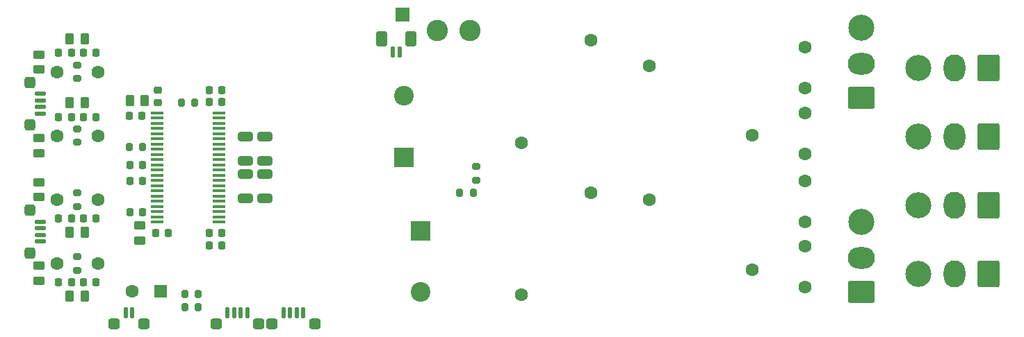
<source format=gbr>
%TF.GenerationSoftware,KiCad,Pcbnew,8.0.4*%
%TF.CreationDate,2024-08-11T01:12:06+02:00*%
%TF.ProjectId,PowerAmplifier,506f7765-7241-46d7-906c-69666965722e,rev?*%
%TF.SameCoordinates,Original*%
%TF.FileFunction,Soldermask,Top*%
%TF.FilePolarity,Negative*%
%FSLAX46Y46*%
G04 Gerber Fmt 4.6, Leading zero omitted, Abs format (unit mm)*
G04 Created by KiCad (PCBNEW 8.0.4) date 2024-08-11 01:12:06*
%MOMM*%
%LPD*%
G01*
G04 APERTURE LIST*
G04 Aperture macros list*
%AMRoundRect*
0 Rectangle with rounded corners*
0 $1 Rounding radius*
0 $2 $3 $4 $5 $6 $7 $8 $9 X,Y pos of 4 corners*
0 Add a 4 corners polygon primitive as box body*
4,1,4,$2,$3,$4,$5,$6,$7,$8,$9,$2,$3,0*
0 Add four circle primitives for the rounded corners*
1,1,$1+$1,$2,$3*
1,1,$1+$1,$4,$5*
1,1,$1+$1,$6,$7*
1,1,$1+$1,$8,$9*
0 Add four rect primitives between the rounded corners*
20,1,$1+$1,$2,$3,$4,$5,0*
20,1,$1+$1,$4,$5,$6,$7,0*
20,1,$1+$1,$6,$7,$8,$9,0*
20,1,$1+$1,$8,$9,$2,$3,0*%
G04 Aperture macros list end*
%ADD10RoundRect,0.200000X0.200000X0.275000X-0.200000X0.275000X-0.200000X-0.275000X0.200000X-0.275000X0*%
%ADD11RoundRect,0.200000X-0.275000X0.200000X-0.275000X-0.200000X0.275000X-0.200000X0.275000X0.200000X0*%
%ADD12RoundRect,0.200000X-0.200000X-0.275000X0.200000X-0.275000X0.200000X0.275000X-0.200000X0.275000X0*%
%ADD13RoundRect,0.250000X0.262500X0.450000X-0.262500X0.450000X-0.262500X-0.450000X0.262500X-0.450000X0*%
%ADD14C,3.180000*%
%ADD15RoundRect,0.250000X-1.070000X1.400000X-1.070000X-1.400000X1.070000X-1.400000X1.070000X1.400000X0*%
%ADD16O,2.640000X3.300000*%
%ADD17RoundRect,0.200000X0.275000X-0.200000X0.275000X0.200000X-0.275000X0.200000X-0.275000X-0.200000X0*%
%ADD18C,1.600000*%
%ADD19RoundRect,0.225000X0.225000X0.250000X-0.225000X0.250000X-0.225000X-0.250000X0.225000X-0.250000X0*%
%ADD20RoundRect,0.250000X0.450000X-0.262500X0.450000X0.262500X-0.450000X0.262500X-0.450000X-0.262500X0*%
%ADD21RoundRect,0.125000X-0.525000X0.125000X-0.525000X-0.125000X0.525000X-0.125000X0.525000X0.125000X0*%
%ADD22RoundRect,0.325000X-0.325000X0.375000X-0.325000X-0.375000X0.325000X-0.375000X0.325000X0.375000X0*%
%ADD23R,2.400000X2.400000*%
%ADD24C,2.400000*%
%ADD25RoundRect,0.225000X-0.225000X-0.250000X0.225000X-0.250000X0.225000X0.250000X-0.225000X0.250000X0*%
%ADD26RoundRect,0.125000X-0.125000X-0.525000X0.125000X-0.525000X0.125000X0.525000X-0.125000X0.525000X0*%
%ADD27RoundRect,0.325000X-0.375000X-0.325000X0.375000X-0.325000X0.375000X0.325000X-0.375000X0.325000X0*%
%ADD28RoundRect,0.250000X0.650000X-0.325000X0.650000X0.325000X-0.650000X0.325000X-0.650000X-0.325000X0*%
%ADD29RoundRect,0.250000X-0.450000X0.262500X-0.450000X-0.262500X0.450000X-0.262500X0.450000X0.262500X0*%
%ADD30R,1.700000X1.700000*%
%ADD31RoundRect,0.250000X1.400000X1.070000X-1.400000X1.070000X-1.400000X-1.070000X1.400000X-1.070000X0*%
%ADD32O,3.300000X2.640000*%
%ADD33RoundRect,0.250000X-0.650000X0.325000X-0.650000X-0.325000X0.650000X-0.325000X0.650000X0.325000X0*%
%ADD34C,2.600000*%
%ADD35RoundRect,0.225000X0.250000X-0.225000X0.250000X0.225000X-0.250000X0.225000X-0.250000X-0.225000X0*%
%ADD36R,1.600000X0.400000*%
%ADD37RoundRect,0.125000X0.125000X0.525000X-0.125000X0.525000X-0.125000X-0.525000X0.125000X-0.525000X0*%
%ADD38RoundRect,0.350000X0.350000X0.600000X-0.350000X0.600000X-0.350000X-0.600000X0.350000X-0.600000X0*%
%ADD39R,1.600000X1.600000*%
G04 APERTURE END LIST*
D10*
%TO.C,TH1*%
X110825000Y-92100000D03*
X109175000Y-92100000D03*
%TD*%
D11*
%TO.C,R23*%
X96500000Y-103075000D03*
X96500000Y-104725000D03*
%TD*%
D12*
%TO.C,R38*%
X143075000Y-103100000D03*
X144725000Y-103100000D03*
%TD*%
D13*
%TO.C,R21*%
X97412500Y-115700000D03*
X95587500Y-115700000D03*
%TD*%
D14*
%TO.C,J4*%
X198910000Y-96200000D03*
D15*
X207500000Y-96200000D03*
D16*
X203360000Y-96200000D03*
%TD*%
D13*
%TO.C,R24*%
X97412500Y-107900000D03*
X95587500Y-107900000D03*
%TD*%
D17*
%TO.C,R22*%
X96500000Y-112525000D03*
X96500000Y-110875000D03*
%TD*%
D18*
%TO.C,C16*%
X185100000Y-98300000D03*
X185100000Y-93300000D03*
%TD*%
D19*
%TO.C,C39*%
X95775000Y-114000000D03*
X94225000Y-114000000D03*
%TD*%
%TO.C,C36*%
X114075000Y-109500000D03*
X112525000Y-109500000D03*
%TD*%
D20*
%TO.C,R9*%
X91800000Y-98212500D03*
X91800000Y-96387500D03*
%TD*%
D19*
%TO.C,C8*%
X114075000Y-92000000D03*
X112525000Y-92000000D03*
%TD*%
D21*
%TO.C,J2*%
X92000000Y-93400000D03*
X92000000Y-92600000D03*
X92000000Y-91800000D03*
X92000000Y-91000000D03*
D22*
X90700000Y-89600000D03*
X90700000Y-94800000D03*
%TD*%
D20*
%TO.C,R19*%
X104100000Y-108912500D03*
X104100000Y-107087500D03*
%TD*%
D11*
%TO.C,R39*%
X145100000Y-99875000D03*
X145100000Y-101525000D03*
%TD*%
D21*
%TO.C,J6*%
X92000000Y-109000000D03*
X92000000Y-108200000D03*
X92000000Y-107400000D03*
X92000000Y-106600000D03*
D22*
X90700000Y-105200000D03*
X90700000Y-110400000D03*
%TD*%
D19*
%TO.C,C3*%
X95775000Y-86000000D03*
X94225000Y-86000000D03*
%TD*%
D23*
%TO.C,C15*%
X136300000Y-98712755D03*
D24*
X136300000Y-91212755D03*
%TD*%
D18*
%TO.C,L3*%
X166150000Y-103950000D03*
X178650000Y-112450000D03*
%TD*%
D19*
%TO.C,C41*%
X95775000Y-106200000D03*
X94225000Y-106200000D03*
%TD*%
D18*
%TO.C,C27*%
X185100000Y-106600000D03*
X185100000Y-101600000D03*
%TD*%
D19*
%TO.C,C1*%
X95775000Y-93800000D03*
X94225000Y-93800000D03*
%TD*%
D13*
%TO.C,R1*%
X97412500Y-92100000D03*
X95587500Y-92100000D03*
%TD*%
D18*
%TO.C,C32*%
X185100000Y-109600000D03*
X185100000Y-114600000D03*
%TD*%
D25*
%TO.C,C22*%
X102875000Y-101600000D03*
X104425000Y-101600000D03*
%TD*%
D23*
%TO.C,C23*%
X138300000Y-107687246D03*
D24*
X138300000Y-115187246D03*
%TD*%
D17*
%TO.C,R3*%
X96500000Y-89125000D03*
X96500000Y-87475000D03*
%TD*%
D26*
%TO.C,J14*%
X124000000Y-117750000D03*
X123200000Y-117750000D03*
X122400000Y-117750000D03*
X121600000Y-117750000D03*
D27*
X120200000Y-119050000D03*
X125400000Y-119050000D03*
%TD*%
D28*
%TO.C,C25*%
X119300000Y-103775000D03*
X119300000Y-100825000D03*
%TD*%
D19*
%TO.C,C37*%
X114075000Y-108000000D03*
X112525000Y-108000000D03*
%TD*%
D18*
%TO.C,L4*%
X150550000Y-115550000D03*
X159050000Y-103050000D03*
%TD*%
D19*
%TO.C,C6*%
X104375000Y-93700000D03*
X102825000Y-93700000D03*
%TD*%
D18*
%TO.C,C11*%
X185100000Y-85300000D03*
X185100000Y-90300000D03*
%TD*%
D14*
%TO.C,J1*%
X198910000Y-87800000D03*
D15*
X207500000Y-87800000D03*
D16*
X203360000Y-87800000D03*
%TD*%
D26*
%TO.C,J10*%
X117200000Y-117750000D03*
X116400000Y-117750000D03*
X115600000Y-117750000D03*
X114800000Y-117750000D03*
D27*
X113400000Y-119050000D03*
X118600000Y-119050000D03*
%TD*%
D29*
%TO.C,R15*%
X91800000Y-101787500D03*
X91800000Y-103612500D03*
%TD*%
D25*
%TO.C,C34*%
X102875000Y-105400000D03*
X104425000Y-105400000D03*
%TD*%
D19*
%TO.C,C9*%
X114075000Y-90500000D03*
X112525000Y-90500000D03*
%TD*%
D29*
%TO.C,R7*%
X91800000Y-86187500D03*
X91800000Y-88012500D03*
%TD*%
D13*
%TO.C,R4*%
X97412500Y-84300000D03*
X95587500Y-84300000D03*
%TD*%
D30*
%TO.C,J13*%
X136100000Y-81350000D03*
%TD*%
D12*
%TO.C,R40*%
X109575000Y-117000000D03*
X111225000Y-117000000D03*
%TD*%
D14*
%TO.C,J7*%
X192000000Y-106610000D03*
D31*
X192000000Y-115200000D03*
D32*
X192000000Y-111060000D03*
%TD*%
D13*
%TO.C,R5*%
X104712500Y-91800000D03*
X102887500Y-91800000D03*
%TD*%
D18*
%TO.C,L1*%
X150550000Y-96950000D03*
X159050000Y-84450000D03*
%TD*%
D19*
%TO.C,C42*%
X98775000Y-106200000D03*
X97225000Y-106200000D03*
%TD*%
D28*
%TO.C,C30*%
X117000000Y-103775000D03*
X117000000Y-100825000D03*
%TD*%
D33*
%TO.C,C20*%
X117000000Y-96225000D03*
X117000000Y-99175000D03*
%TD*%
D20*
%TO.C,R16*%
X91800000Y-113812500D03*
X91800000Y-111987500D03*
%TD*%
D25*
%TO.C,C38*%
X106025000Y-108000000D03*
X107575000Y-108000000D03*
%TD*%
D33*
%TO.C,C18*%
X119300000Y-96225000D03*
X119300000Y-99175000D03*
%TD*%
D18*
%TO.C,L2*%
X166150000Y-87550000D03*
X178650000Y-96050000D03*
%TD*%
D25*
%TO.C,C21*%
X102875000Y-99650000D03*
X104425000Y-99650000D03*
%TD*%
D14*
%TO.C,J5*%
X198910000Y-104600000D03*
D15*
X207500000Y-104600000D03*
D16*
X203360000Y-104600000D03*
%TD*%
D34*
%TO.C,J9*%
X140318800Y-83300000D03*
X144281200Y-83300000D03*
%TD*%
D19*
%TO.C,C2*%
X98775000Y-93800000D03*
X97225000Y-93800000D03*
%TD*%
D14*
%TO.C,J8*%
X198910000Y-113000000D03*
D15*
X207500000Y-113000000D03*
D16*
X203360000Y-113000000D03*
%TD*%
D35*
%TO.C,C7*%
X106300000Y-92075000D03*
X106300000Y-90525000D03*
%TD*%
D26*
%TO.C,J12*%
X103200000Y-117750000D03*
X102400000Y-117750000D03*
D27*
X101000000Y-119050000D03*
X104600000Y-119050000D03*
%TD*%
D10*
%TO.C,R42*%
X111225000Y-115400000D03*
X109575000Y-115400000D03*
%TD*%
%TO.C,R11*%
X104475000Y-97450000D03*
X102825000Y-97450000D03*
%TD*%
D14*
%TO.C,J3*%
X192000000Y-82910000D03*
D31*
X192000000Y-91500000D03*
D32*
X192000000Y-87360000D03*
%TD*%
D36*
%TO.C,U1*%
X106250000Y-93332500D03*
X106250000Y-93967500D03*
X106250000Y-94602500D03*
X106250000Y-95237500D03*
X106250000Y-95872500D03*
X106250000Y-96507500D03*
X106250000Y-97142500D03*
X106250000Y-97777500D03*
X106250000Y-98412500D03*
X106250000Y-99047500D03*
X106250000Y-99682500D03*
X106250000Y-100317500D03*
X106250000Y-100952500D03*
X106250000Y-101587500D03*
X106250000Y-102222500D03*
X106250000Y-102857500D03*
X106250000Y-103492500D03*
X106250000Y-104127500D03*
X106250000Y-104762500D03*
X106250000Y-105397500D03*
X106250000Y-106032500D03*
X106250000Y-106667500D03*
X113750000Y-106667500D03*
X113750000Y-106032500D03*
X113750000Y-105397500D03*
X113750000Y-104762500D03*
X113750000Y-104127500D03*
X113750000Y-103492500D03*
X113750000Y-102857500D03*
X113750000Y-102222500D03*
X113750000Y-101587500D03*
X113750000Y-100952500D03*
X113750000Y-100317500D03*
X113750000Y-99682500D03*
X113750000Y-99047500D03*
X113750000Y-98412500D03*
X113750000Y-97777500D03*
X113750000Y-97142500D03*
X113750000Y-96507500D03*
X113750000Y-95872500D03*
X113750000Y-95237500D03*
X113750000Y-94602500D03*
X113750000Y-93967500D03*
X113750000Y-93332500D03*
%TD*%
D19*
%TO.C,C40*%
X98775000Y-114000000D03*
X97225000Y-114000000D03*
%TD*%
D37*
%TO.C,M1*%
X134950000Y-85850000D03*
X135750000Y-85850000D03*
D38*
X137150000Y-84250000D03*
X133550000Y-84250000D03*
%TD*%
D11*
%TO.C,R2*%
X96500000Y-95275000D03*
X96500000Y-96925000D03*
%TD*%
D19*
%TO.C,C4*%
X98775000Y-86000000D03*
X97225000Y-86000000D03*
%TD*%
D18*
%TO.C,C14*%
X94000000Y-96100000D03*
X99000000Y-96100000D03*
%TD*%
%TO.C,C13*%
X94000000Y-88300000D03*
X99000000Y-88300000D03*
%TD*%
%TO.C,C29*%
X94000000Y-103900000D03*
X99000000Y-103900000D03*
%TD*%
D39*
%TO.C,C5*%
X106652651Y-115100000D03*
D18*
X103152651Y-115100000D03*
%TD*%
%TO.C,C31*%
X94000000Y-111700000D03*
X99000000Y-111700000D03*
%TD*%
M02*

</source>
